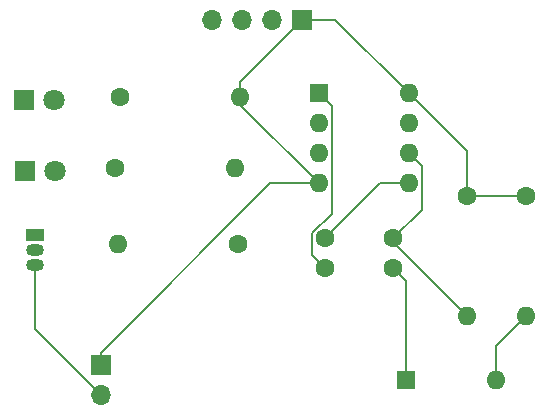
<source format=gbr>
%TF.GenerationSoftware,KiCad,Pcbnew,8.0.4*%
%TF.CreationDate,2024-11-17T18:03:44-05:00*%
%TF.ProjectId,snowglobe1,736e6f77-676c-46f6-9265-312e6b696361,rev?*%
%TF.SameCoordinates,Original*%
%TF.FileFunction,Copper,L1,Top*%
%TF.FilePolarity,Positive*%
%FSLAX46Y46*%
G04 Gerber Fmt 4.6, Leading zero omitted, Abs format (unit mm)*
G04 Created by KiCad (PCBNEW 8.0.4) date 2024-11-17 18:03:44*
%MOMM*%
%LPD*%
G01*
G04 APERTURE LIST*
%TA.AperFunction,ComponentPad*%
%ADD10R,1.700000X1.700000*%
%TD*%
%TA.AperFunction,ComponentPad*%
%ADD11O,1.700000X1.700000*%
%TD*%
%TA.AperFunction,ComponentPad*%
%ADD12R,1.600000X1.600000*%
%TD*%
%TA.AperFunction,ComponentPad*%
%ADD13O,1.600000X1.600000*%
%TD*%
%TA.AperFunction,ComponentPad*%
%ADD14C,1.600000*%
%TD*%
%TA.AperFunction,ComponentPad*%
%ADD15R,1.500000X1.050000*%
%TD*%
%TA.AperFunction,ComponentPad*%
%ADD16O,1.500000X1.050000*%
%TD*%
%TA.AperFunction,ComponentPad*%
%ADD17R,1.800000X1.800000*%
%TD*%
%TA.AperFunction,ComponentPad*%
%ADD18C,1.800000*%
%TD*%
%TA.AperFunction,Conductor*%
%ADD19C,0.200000*%
%TD*%
G04 APERTURE END LIST*
D10*
%TO.P,M1,1,+*%
%TO.N,VDD*%
X121000000Y-89725000D03*
D11*
%TO.P,M1,2,-*%
%TO.N,Net-(M1--)*%
X121000000Y-92265000D03*
%TD*%
D12*
%TO.P,U1,1,GND*%
%TO.N,GND*%
X139450000Y-66700000D03*
D13*
%TO.P,U1,2,TR*%
%TO.N,Net-(U1-TR)*%
X139450000Y-69240000D03*
%TO.P,U1,3,Q*%
%TO.N,Net-(U1-Q)*%
X139450000Y-71780000D03*
%TO.P,U1,4,R*%
%TO.N,VDD*%
X139450000Y-74320000D03*
%TO.P,U1,5,CV*%
%TO.N,Net-(U1-CV)*%
X147070000Y-74320000D03*
%TO.P,U1,6,THR*%
%TO.N,Net-(U1-DIS)*%
X147070000Y-71780000D03*
%TO.P,U1,7,DIS*%
X147070000Y-69240000D03*
%TO.P,U1,8,VCC*%
%TO.N,VDD*%
X147070000Y-66700000D03*
%TD*%
D14*
%TO.P,R3,1*%
%TO.N,VDD*%
X157000000Y-75420000D03*
D13*
%TO.P,R3,2*%
%TO.N,Net-(U1-TR)*%
X157000000Y-85580000D03*
%TD*%
D14*
%TO.P,R2,1*%
%TO.N,VDD*%
X152000000Y-75420000D03*
D13*
%TO.P,R2,2*%
%TO.N,Net-(U1-DIS)*%
X152000000Y-85580000D03*
%TD*%
D14*
%TO.P,C2,1*%
%TO.N,Net-(U1-DIS)*%
X145750000Y-79000000D03*
%TO.P,C2,2*%
%TO.N,GND*%
X145750000Y-81500000D03*
%TD*%
%TO.P,C1,1*%
%TO.N,Net-(U1-CV)*%
X140000000Y-79000000D03*
%TO.P,C1,2*%
%TO.N,GND*%
X140000000Y-81500000D03*
%TD*%
%TO.P,R1,1*%
%TO.N,Net-(U1-Q)*%
X132580000Y-79500000D03*
D13*
%TO.P,R1,2*%
%TO.N,Net-(Q1-B)*%
X122420000Y-79500000D03*
%TD*%
D15*
%TO.P,Q1,1,E*%
%TO.N,GND*%
X115390000Y-78730000D03*
D16*
%TO.P,Q1,2,B*%
%TO.N,Net-(Q1-B)*%
X115390000Y-80000000D03*
%TO.P,Q1,3,C*%
%TO.N,Net-(M1--)*%
X115390000Y-81270000D03*
%TD*%
D12*
%TO.P,SW1,1,1*%
%TO.N,GND*%
X146880000Y-91000000D03*
D13*
%TO.P,SW1,2,2*%
%TO.N,Net-(U1-TR)*%
X154500000Y-91000000D03*
%TD*%
D10*
%TO.P,J2,1,VBUS*%
%TO.N,VDD*%
X138050000Y-60500000D03*
D11*
%TO.P,J2,2,D-*%
%TO.N,unconnected-(J2-D--Pad2)*%
X135510000Y-60500000D03*
%TO.P,J2,3,D+*%
%TO.N,unconnected-(J2-D+-Pad3)*%
X132970000Y-60500000D03*
%TO.P,J2,4,GND*%
%TO.N,GND*%
X130430000Y-60500000D03*
%TD*%
D17*
%TO.P,D1,1,K*%
%TO.N,GND*%
X114615000Y-73265000D03*
D18*
%TO.P,D1,2,A*%
%TO.N,Net-(D1-A)*%
X117155000Y-73265000D03*
%TD*%
D17*
%TO.P,D2,1,K*%
%TO.N,GND*%
X114475000Y-67265000D03*
D18*
%TO.P,D2,2,A*%
%TO.N,Net-(D2-A)*%
X117015000Y-67265000D03*
%TD*%
D14*
%TO.P,R4,1*%
%TO.N,Net-(D1-A)*%
X122170000Y-73000000D03*
D13*
%TO.P,R4,2*%
%TO.N,Net-(U1-Q)*%
X132330000Y-73000000D03*
%TD*%
D14*
%TO.P,R5,1*%
%TO.N,Net-(D2-A)*%
X122670000Y-67000000D03*
D13*
%TO.P,R5,2*%
%TO.N,VDD*%
X132830000Y-67000000D03*
%TD*%
D19*
%TO.N,Net-(U1-CV)*%
X147070000Y-74320000D02*
X144680000Y-74320000D01*
X144680000Y-74320000D02*
X140000000Y-79000000D01*
%TO.N,Net-(U1-DIS)*%
X147070000Y-71780000D02*
X148170000Y-72880000D01*
X145750000Y-79330000D02*
X145750000Y-79000000D01*
X152000000Y-85580000D02*
X145750000Y-79330000D01*
X148170000Y-76580000D02*
X145750000Y-79000000D01*
X148170000Y-72880000D02*
X148170000Y-76580000D01*
%TO.N,Net-(U1-TR)*%
X154500000Y-88080000D02*
X157000000Y-85580000D01*
X154500000Y-91000000D02*
X154500000Y-88080000D01*
%TO.N,Net-(M1--)*%
X121000000Y-92265000D02*
X115390000Y-86655000D01*
X115390000Y-86655000D02*
X115390000Y-81270000D01*
%TO.N,GND*%
X140550000Y-67800000D02*
X140550000Y-76894365D01*
X138900000Y-78544365D02*
X138900000Y-80400000D01*
X138900000Y-80400000D02*
X140000000Y-81500000D01*
X140550000Y-76894365D02*
X138900000Y-78544365D01*
X146880000Y-91000000D02*
X146880000Y-82630000D01*
X139450000Y-66700000D02*
X140550000Y-67800000D01*
X146880000Y-82630000D02*
X145750000Y-81500000D01*
%TO.N,VDD*%
X132830000Y-65720000D02*
X138050000Y-60500000D01*
X132830000Y-67000000D02*
X132830000Y-65720000D01*
X152000000Y-75420000D02*
X157000000Y-75420000D01*
X135355000Y-74320000D02*
X139450000Y-74320000D01*
X132830000Y-67700000D02*
X139450000Y-74320000D01*
X132830000Y-67000000D02*
X132830000Y-67700000D01*
X152000000Y-71630000D02*
X152000000Y-75420000D01*
X140870000Y-60500000D02*
X147070000Y-66700000D01*
X138050000Y-60500000D02*
X140870000Y-60500000D01*
X121000000Y-89725000D02*
X121000000Y-88675000D01*
X147070000Y-66700000D02*
X152000000Y-71630000D01*
X121000000Y-88675000D02*
X135355000Y-74320000D01*
%TD*%
M02*

</source>
